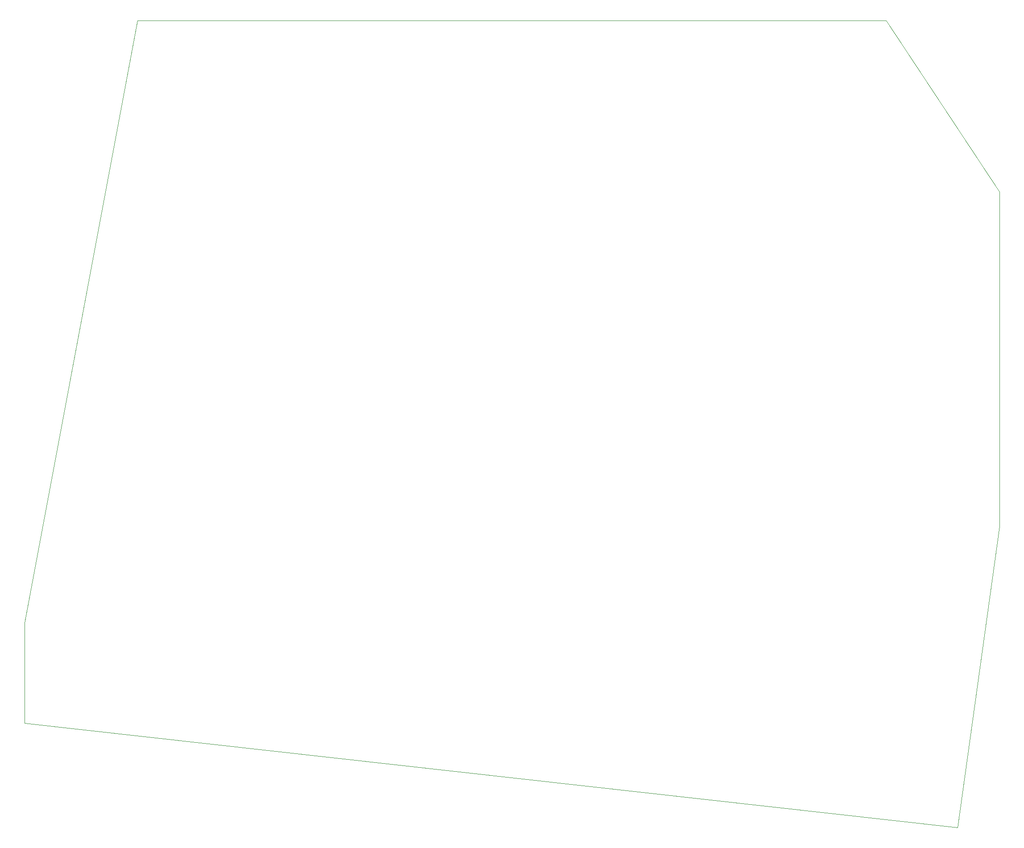
<source format=gbr>
%TF.GenerationSoftware,KiCad,Pcbnew,(6.0.5-0)*%
%TF.CreationDate,2023-01-14T19:39:34-08:00*%
%TF.ProjectId,ergodonk_pcb,6572676f-646f-46e6-9b5f-7063622e6b69,rev?*%
%TF.SameCoordinates,Original*%
%TF.FileFunction,Profile,NP*%
%FSLAX46Y46*%
G04 Gerber Fmt 4.6, Leading zero omitted, Abs format (unit mm)*
G04 Created by KiCad (PCBNEW (6.0.5-0)) date 2023-01-14 19:39:34*
%MOMM*%
%LPD*%
G01*
G04 APERTURE LIST*
%TA.AperFunction,Profile*%
%ADD10C,0.100000*%
%TD*%
G04 APERTURE END LIST*
D10*
X18256250Y-139700000D02*
X39687500Y-25400000D01*
X18256250Y-158750000D02*
X18256250Y-139700000D01*
X195262500Y-178593750D02*
X18256250Y-158750000D01*
X203200000Y-121443750D02*
X195262500Y-178593750D01*
X203200000Y-57943750D02*
X203200000Y-121443750D01*
X181768750Y-25400000D02*
X203200000Y-57943750D01*
X39687500Y-25400000D02*
X181768750Y-25400000D01*
M02*

</source>
